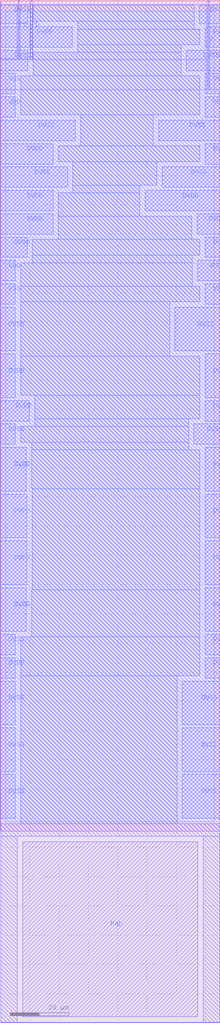
<source format=lef>
VERSION 5.7 ;
  NOWIREEXTENSIONATPIN ON ;
  DIVIDERCHAR "/" ;
  BUSBITCHARS "[]" ;
MACRO gf180mcu_ocd_io__in_c
  CLASS PAD INPUT ;
  FOREIGN gf180mcu_ocd_io__in_c ;
  ORIGIN 0.000 0.000 ;
  SIZE 75.000 BY 350.000 ;
  SYMMETRY X Y R90 ;
  SITE GF_IO_Site ;
  PIN DVDD
    DIRECTION INOUT ;
    USE POWER ;
    PORT
      LAYER Metal3 ;
        RECT 0.000 118.000 5.000 125.000 ;
    END
    PORT
      LAYER Metal3 ;
        RECT 0.000 134.000 8.810 149.000 ;
    END
    PORT
      LAYER Metal3 ;
        RECT 0.000 150.000 8.905 165.000 ;
    END
    PORT
      LAYER Metal3 ;
        RECT 0.000 166.000 8.905 181.000 ;
    END
    PORT
      LAYER Metal3 ;
        RECT 0.000 182.000 8.810 197.000 ;
    END
    PORT
      LAYER Metal3 ;
        RECT 0.000 206.000 9.815 213.000 ;
    END
    PORT
      LAYER Metal3 ;
        RECT 0.000 214.000 5.000 229.000 ;
    END
    PORT
      LAYER Metal3 ;
        RECT 0.000 262.000 9.070 269.000 ;
    END
    PORT
      LAYER Metal3 ;
        RECT 0.000 270.000 17.930 277.000 ;
    END
    PORT
      LAYER Metal3 ;
        RECT 0.000 278.000 17.930 285.000 ;
    END
    PORT
      LAYER Metal3 ;
        RECT 0.000 294.000 17.930 301.000 ;
    END
    PORT
      LAYER Metal3 ;
        RECT 0.000 334.000 24.480 341.000 ;
    END
    PORT
      LAYER Metal3 ;
        RECT 70.000 118.000 75.000 125.000 ;
    END
    PORT
      LAYER Metal3 ;
        RECT 70.000 134.000 75.000 149.000 ;
    END
    PORT
      LAYER Metal3 ;
        RECT 70.000 150.000 75.000 165.000 ;
    END
    PORT
      LAYER Metal3 ;
        RECT 70.000 166.000 75.000 181.000 ;
    END
    PORT
      LAYER Metal3 ;
        RECT 70.000 182.000 75.000 197.000 ;
    END
    PORT
      LAYER Metal3 ;
        RECT 70.000 206.000 75.000 213.000 ;
    END
    PORT
      LAYER Metal3 ;
        RECT 70.000 214.000 75.000 229.000 ;
    END
    PORT
      LAYER Metal3 ;
        RECT 70.000 262.000 75.000 269.000 ;
    END
    PORT
      LAYER Metal3 ;
        RECT 67.195 270.000 75.000 277.000 ;
    END
    PORT
      LAYER Metal3 ;
        RECT 49.445 278.000 75.000 285.000 ;
    END
    PORT
      LAYER Metal3 ;
        RECT 70.000 294.000 75.000 301.000 ;
    END
    PORT
      LAYER Metal3 ;
        RECT 70.000 334.000 75.000 341.000 ;
    END
  END DVDD
  PIN DVSS
    DIRECTION INOUT ;
    USE GROUND ;
    PORT
      LAYER Metal3 ;
        RECT 0.000 70.000 5.000 85.000 ;
    END
    PORT
      LAYER Metal3 ;
        RECT 0.000 86.000 5.000 101.000 ;
    END
    PORT
      LAYER Metal3 ;
        RECT 0.000 102.000 5.000 117.000 ;
    END
    PORT
      LAYER Metal3 ;
        RECT 0.000 126.000 5.000 133.000 ;
    END
    PORT
      LAYER Metal3 ;
        RECT 0.000 198.000 5.000 205.000 ;
    END
    PORT
      LAYER Metal3 ;
        RECT 0.000 230.000 5.000 245.000 ;
    END
    PORT
      LAYER Metal3 ;
        RECT 0.000 286.000 22.880 293.000 ;
    END
    PORT
      LAYER Metal3 ;
        RECT 0.000 302.000 25.555 309.000 ;
    END
    PORT
      LAYER Metal3 ;
        RECT 0.000 326.000 9.320 333.000 ;
    END
    PORT
      LAYER Metal3 ;
        RECT 0.000 342.000 9.320 348.390 ;
    END
    PORT
      LAYER Metal3 ;
        RECT 62.215 70.000 75.000 85.000 ;
    END
    PORT
      LAYER Metal3 ;
        RECT 62.215 86.000 75.000 101.000 ;
    END
    PORT
      LAYER Metal3 ;
        RECT 62.215 102.000 75.000 117.000 ;
    END
    PORT
      LAYER Metal3 ;
        RECT 70.000 126.000 75.000 133.000 ;
    END
    PORT
      LAYER Metal3 ;
        RECT 66.125 198.000 75.000 205.000 ;
    END
    PORT
      LAYER Metal3 ;
        RECT 59.650 230.000 75.000 245.000 ;
    END
    PORT
      LAYER Metal3 ;
        RECT 55.255 286.000 75.000 293.000 ;
    END
    PORT
      LAYER Metal3 ;
        RECT 54.080 302.000 75.000 309.000 ;
    END
    PORT
      LAYER Metal3 ;
        RECT 63.580 326.000 75.000 333.000 ;
    END
    PORT
      LAYER Metal3 ;
        RECT 68.000 342.000 75.000 348.390 ;
    END
  END DVSS
  PIN PAD
    DIRECTION INPUT ;
    USE SIGNAL ;
    ANTENNADIFFAREA 258.720001 ;
    PORT
      LAYER Metal3 ;
        RECT 7.500 2.000 67.500 62.000 ;
    END
  END PAD
  PIN PD
    DIRECTION INPUT ;
    USE SIGNAL ;
    ANTENNAGATEAREA 1.512000 ;
    ANTENNADIFFAREA 1.000000 ;
    PORT
      LAYER Metal2 ;
        RECT 10.330 329.950 10.710 349.850 ;
    END
  END PD
  PIN PU
    DIRECTION INPUT ;
    USE SIGNAL ;
    ANTENNAGATEAREA 1.008000 ;
    ANTENNADIFFAREA 1.795000 ;
    PORT
      LAYER Metal2 ;
        RECT 5.965 330.270 6.345 349.850 ;
    END
  END PU
  PIN VDD
    DIRECTION INOUT ;
    USE POWER ;
    PORT
      LAYER Metal3 ;
        RECT 0.000 254.000 5.000 261.000 ;
    END
    PORT
      LAYER Metal3 ;
        RECT 0.000 310.000 5.000 317.000 ;
    END
    PORT
      LAYER Metal3 ;
        RECT 67.385 254.000 75.000 261.000 ;
    END
    PORT
      LAYER Metal3 ;
        RECT 70.000 310.000 75.000 317.000 ;
    END
  END VDD
  PIN VSS
    DIRECTION INOUT ;
    USE GROUND ;
    PORT
      LAYER Metal3 ;
        RECT 0.000 246.000 5.000 253.000 ;
    END
    PORT
      LAYER Metal3 ;
        RECT 0.000 318.000 5.000 325.000 ;
    END
    PORT
      LAYER Metal3 ;
        RECT 70.000 246.000 75.000 253.000 ;
    END
    PORT
      LAYER Metal3 ;
        RECT 70.000 318.000 75.000 325.000 ;
    END
  END VSS
  PIN Y
    DIRECTION OUTPUT ;
    USE SIGNAL ;
    ANTENNADIFFAREA 3.240000 ;
    PORT
      LAYER Metal2 ;
        RECT 70.860 319.750 71.240 349.850 ;
    END
  END Y
  OBS
      LAYER Nwell ;
        RECT 1.630 68.745 73.180 346.385 ;
      LAYER Metal1 ;
        RECT -0.160 65.540 75.160 349.785 ;
      LAYER Metal2 ;
        RECT 0.000 329.970 5.665 348.650 ;
        RECT 6.645 329.970 10.030 348.650 ;
        RECT 0.000 329.650 10.030 329.970 ;
        RECT 11.010 329.650 70.560 348.650 ;
        RECT 0.000 319.450 70.560 329.650 ;
        RECT 71.540 319.450 75.000 348.650 ;
        RECT 0.000 0.000 75.000 319.450 ;
      LAYER Metal3 ;
        RECT 11.120 342.800 66.200 348.390 ;
        RECT 26.280 340.200 66.200 342.800 ;
        RECT 26.280 334.800 68.200 340.200 ;
        RECT 26.280 332.200 61.780 334.800 ;
        RECT 11.120 324.200 61.780 332.200 ;
        RECT 6.800 310.800 68.200 324.200 ;
        RECT 27.355 300.200 52.280 310.800 ;
        RECT 19.730 294.800 68.200 300.200 ;
        RECT 24.680 286.800 53.455 294.800 ;
        RECT 24.680 284.200 47.645 286.800 ;
        RECT 19.730 276.200 47.645 284.200 ;
        RECT 19.730 268.200 65.395 276.200 ;
        RECT 10.870 262.800 68.200 268.200 ;
        RECT 10.870 260.200 65.585 262.800 ;
        RECT 6.800 252.200 65.585 260.200 ;
        RECT 6.800 246.800 68.200 252.200 ;
        RECT 6.800 228.200 57.850 246.800 ;
        RECT 6.800 214.800 68.200 228.200 ;
        RECT 11.615 206.800 68.200 214.800 ;
        RECT 11.615 204.200 64.325 206.800 ;
        RECT 6.800 198.800 64.325 204.200 ;
        RECT 10.610 196.200 64.325 198.800 ;
        RECT 10.610 182.800 68.200 196.200 ;
        RECT 10.705 148.200 68.200 182.800 ;
        RECT 10.610 132.200 68.200 148.200 ;
        RECT 6.800 118.800 68.200 132.200 ;
        RECT 6.800 68.200 60.415 118.800 ;
        RECT 0.070 63.800 74.930 68.200 ;
        RECT 0.070 0.200 5.700 63.800 ;
        RECT 69.300 0.200 74.930 63.800 ;
        RECT 0.070 0.000 74.930 0.200 ;
  END
END gf180mcu_ocd_io__in_c
END LIBRARY


</source>
